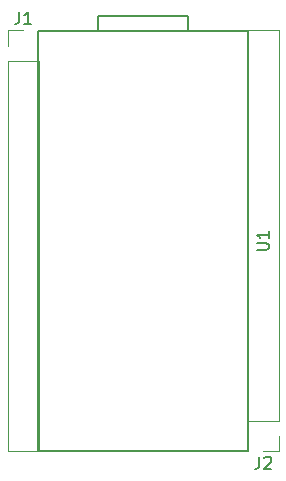
<source format=gbr>
G04 #@! TF.GenerationSoftware,KiCad,Pcbnew,(5.1.4-0-10_14)*
G04 #@! TF.CreationDate,2019-10-03T18:56:30-07:00*
G04 #@! TF.ProjectId,teensy4_header_breakout,7465656e-7379-4345-9f68-65616465725f,rev?*
G04 #@! TF.SameCoordinates,Original*
G04 #@! TF.FileFunction,Legend,Top*
G04 #@! TF.FilePolarity,Positive*
%FSLAX46Y46*%
G04 Gerber Fmt 4.6, Leading zero omitted, Abs format (unit mm)*
G04 Created by KiCad (PCBNEW (5.1.4-0-10_14)) date 2019-10-03 18:56:30*
%MOMM*%
%LPD*%
G04 APERTURE LIST*
%ADD10C,0.150000*%
%ADD11C,0.120000*%
G04 APERTURE END LIST*
D10*
X156210000Y-78740000D02*
X156210000Y-80010000D01*
X163830000Y-78740000D02*
X156210000Y-78740000D01*
X163830000Y-80010000D02*
X163830000Y-78740000D01*
X168910000Y-115570000D02*
X168910000Y-80010000D01*
X151130000Y-115570000D02*
X168910000Y-115570000D01*
X151130000Y-80010000D02*
X151130000Y-115570000D01*
X168910000Y-80010000D02*
X151130000Y-80010000D01*
D11*
X171510000Y-115630000D02*
X170180000Y-115630000D01*
X171510000Y-114300000D02*
X171510000Y-115630000D01*
X171510000Y-113030000D02*
X168850000Y-113030000D01*
X168850000Y-113030000D02*
X168850000Y-79950000D01*
X171510000Y-113030000D02*
X171510000Y-79950000D01*
X171510000Y-79950000D02*
X168850000Y-79950000D01*
X148530000Y-79950000D02*
X149860000Y-79950000D01*
X148530000Y-81280000D02*
X148530000Y-79950000D01*
X148530000Y-82550000D02*
X151190000Y-82550000D01*
X151190000Y-82550000D02*
X151190000Y-115630000D01*
X148530000Y-82550000D02*
X148530000Y-115630000D01*
X148530000Y-115630000D02*
X151190000Y-115630000D01*
D10*
X169632380Y-98551904D02*
X170441904Y-98551904D01*
X170537142Y-98504285D01*
X170584761Y-98456666D01*
X170632380Y-98361428D01*
X170632380Y-98170952D01*
X170584761Y-98075714D01*
X170537142Y-98028095D01*
X170441904Y-97980476D01*
X169632380Y-97980476D01*
X170632380Y-96980476D02*
X170632380Y-97551904D01*
X170632380Y-97266190D02*
X169632380Y-97266190D01*
X169775238Y-97361428D01*
X169870476Y-97456666D01*
X169918095Y-97551904D01*
X169846666Y-116082380D02*
X169846666Y-116796666D01*
X169799047Y-116939523D01*
X169703809Y-117034761D01*
X169560952Y-117082380D01*
X169465714Y-117082380D01*
X170275238Y-116177619D02*
X170322857Y-116130000D01*
X170418095Y-116082380D01*
X170656190Y-116082380D01*
X170751428Y-116130000D01*
X170799047Y-116177619D01*
X170846666Y-116272857D01*
X170846666Y-116368095D01*
X170799047Y-116510952D01*
X170227619Y-117082380D01*
X170846666Y-117082380D01*
X149526666Y-78402380D02*
X149526666Y-79116666D01*
X149479047Y-79259523D01*
X149383809Y-79354761D01*
X149240952Y-79402380D01*
X149145714Y-79402380D01*
X150526666Y-79402380D02*
X149955238Y-79402380D01*
X150240952Y-79402380D02*
X150240952Y-78402380D01*
X150145714Y-78545238D01*
X150050476Y-78640476D01*
X149955238Y-78688095D01*
M02*

</source>
